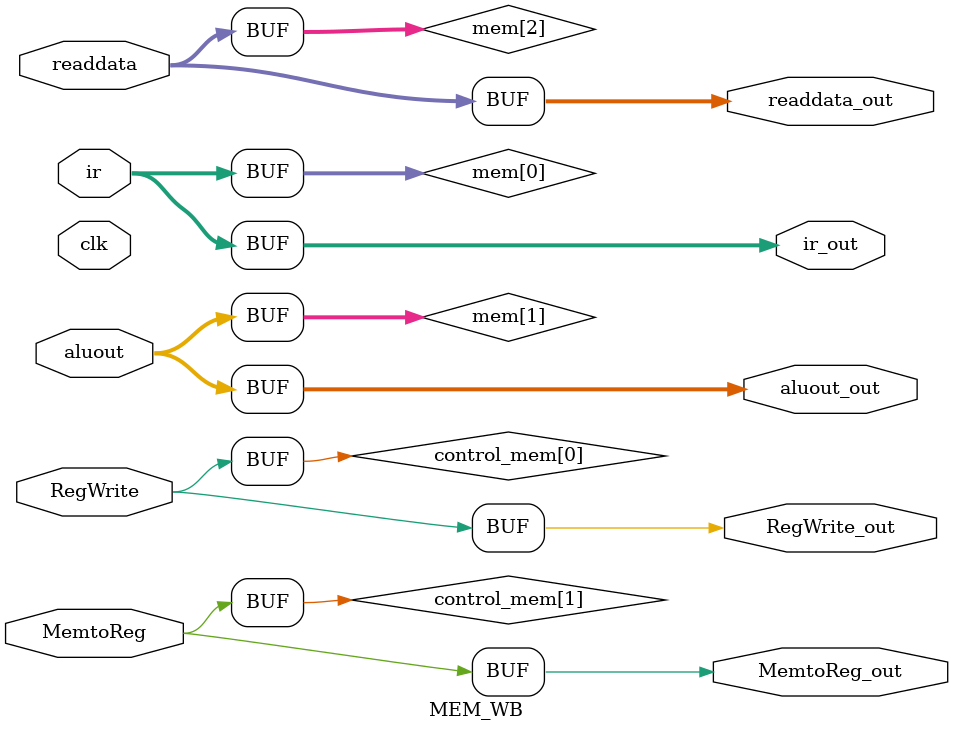
<source format=v>
`timescale 1ns / 1ps


module MEM_WB(
    input clk,
    input [31:0] ir,
    input [31:0] aluout,
    input [31:0] readdata,
    
    input  RegWrite,
    input  MemtoReg,
    
    output [31:0] ir_out,
    output [31:0] aluout_out,
    output [31:0] readdata_out,
    
    output  RegWrite_out,
    output  MemtoReg_out
    
    );
    
    reg [31:0] mem[2:0];
    reg control_mem [1:0];
    
    always @(*)
    begin
         mem[0] = ir;
         mem[1] = aluout;
         mem[2] = readdata;
         
         control_mem[0] = RegWrite;
         control_mem[1] = MemtoReg;
         
    end
    
    assign ir_out = mem[0];
    assign aluout_out = mem[1];
    assign readdata_out = mem[2];
    
    assign RegWrite_out = control_mem[0];
    assign MemtoReg_out = control_mem[1];

      
endmodule

</source>
